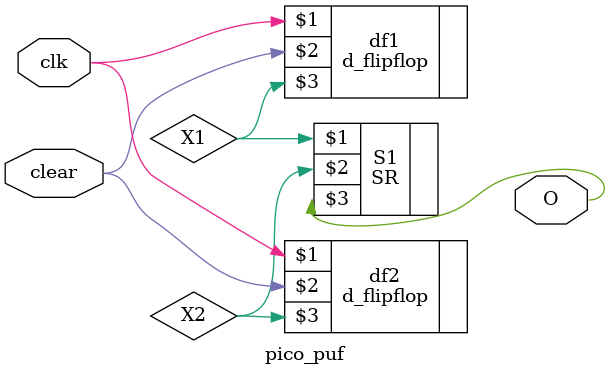
<source format=v>
`timescale 1ns / 1ps


module pico_puf(
input clk,
input clear,
output O
    );
    
 wire X1,X2;
 //wire Y1,Y2;
 (* dont_touch= "yes" *)d_flipflop df1(clk,clear,X1);
 (* dont_touch= "yes" *)d_flipflop df2(clk,clear,X2);
 
 //(* dont_touch= "yes" *)d_flipflop df3(X1,clear,Y1);
 //(* dont_touch= "yes" *)d_flipflop df4(X2,clear,Y2);
 //SR S1(Y1,Y2,O);
  SR S1(X1,X2,O);
endmodule

</source>
